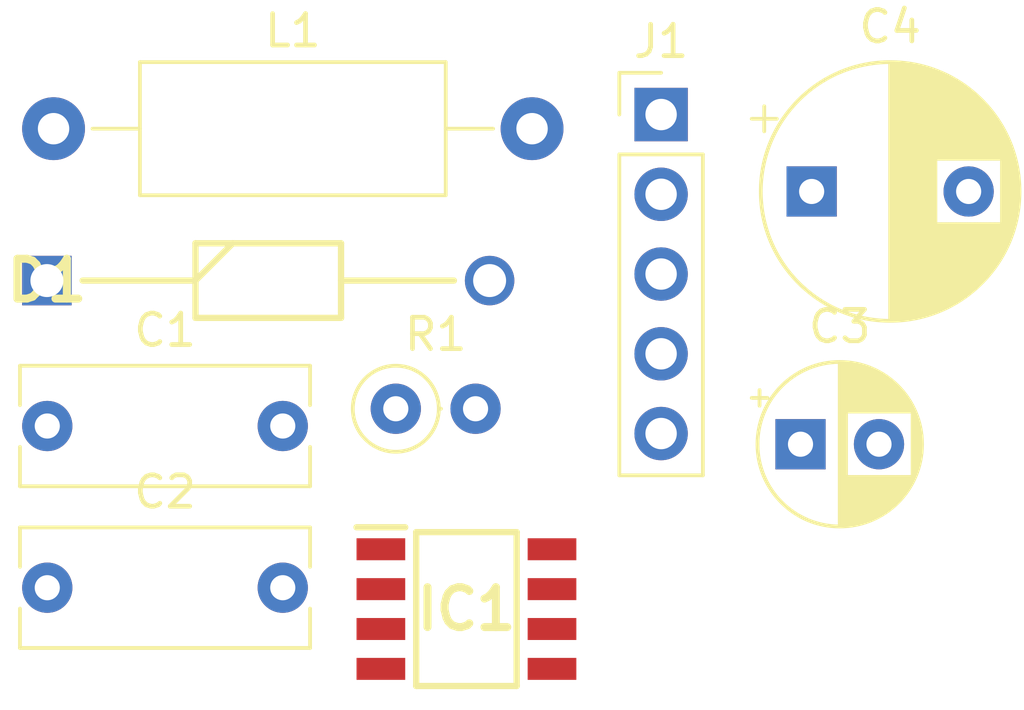
<source format=kicad_pcb>
(kicad_pcb (version 20211014) (generator pcbnew)
  (layers (0 "F.Cu" signal) (31 "B.Cu" signal) (34 "B.Paste" user) (35 "F.Paste" user) (36 "B.SilkS" user "B.Silkscreen") (37 "F.SilkS" user "F.Silkscreen") (38 "B.Mask" user) (39 "F.Mask" user) (44 "Edge.Cuts" user))
  (net 0 "")
  (net 1 "Net-(C1-Pad1)")
  (net 2 "GND")
  (net 3 "Net-(C2-Pad1)")
  (net 4 "+VDC")
  (net 5 "+3.3VP")
  (net 6 "Net-(D1-Pad1)")
  (net 7 "Net-(IC1-Pad1)")
  (net 8 "VBUS")
  (net 9 "+5V")
  (footprint "SamacSys_Parts:SOIC127P600X175-8N" (layer "F.Cu") (at 163.426153 103.483347)
    (fp_text reference "IC1" (at 0 0) (layer "F.SilkS") (effects (font (size 1.27 1.27) (thickness 0.254))))
    (fp_text value "LM2597M-3.3_NOPB" hide)
    (fp_line (start 1.6 2.45) (end -1.6 2.45) (layer "F.SilkS") (width 0.2))
    (fp_line (start 1.6 -2.45) (end 1.6 2.45) (layer "F.SilkS") (width 0.2))
    (fp_line (start -1.6 -2.45) (end 1.6 -2.45) (layer "F.SilkS") (width 0.2))
    (fp_line (start -1.6 2.45) (end -1.6 -2.45) (layer "F.SilkS") (width 0.2))
    (fp_line (start -3.5 -2.605) (end -1.95 -2.605) (layer "F.SilkS") (width 0.2))
    (pad "1" smd rect locked (at -2.725 -1.905 90) (size 0.7 1.55) (layers "F.Cu" "F.Paste" "F.Mask") (net 7 "Net-(IC1-Pad1)"))
    (pad "2" smd rect locked (at -2.725 -0.635 90) (size 0.7 1.55) (layers "F.Cu" "F.Paste" "F.Mask") (net 1 "Net-(C1-Pad1)"))
    (pad "3" smd rect locked (at -2.725 0.635 90) (size 0.7 1.55) (layers "F.Cu" "F.Paste" "F.Mask") (net 5 "+3.3VP"))
    (pad "4" smd rect locked (at -2.725 1.905 90) (size 0.7 1.55) (layers "F.Cu" "F.Paste" "F.Mask") (net 5 "+3.3VP"))
    (pad "5" smd rect locked (at 2.725 1.905 90) (size 0.7 1.55) (layers "F.Cu" "F.Paste" "F.Mask") (net 3 "Net-(C2-Pad1)"))
    (pad "6" smd rect locked (at 2.725 0.635 90) (size 0.7 1.55) (layers "F.Cu" "F.Paste" "F.Mask") (net 2 "GND"))
    (pad "7" smd rect locked (at 2.725 -0.635 90) (size 0.7 1.55) (layers "F.Cu" "F.Paste" "F.Mask") (net 4 "+VDC"))
    (pad "8" smd rect locked (at 2.725 -1.905 90) (size 0.7 1.55) (layers "F.Cu" "F.Paste" "F.Mask") (net 6 "Net-(D1-Pad1)"))
  )
  (footprint "Resistor_THT:R_Axial_DIN0207_L6.3mm_D2.5mm_P2.54mm_Vertical" (layer "F.Cu") (at 161.176153 97.103347)
    (fp_text reference "R1" (at 1.27 -2.37) (layer "F.SilkS"))
    (fp_text value "4.7K")
    (fp_line (start 1.37 0) (end 1.44 0) (layer "F.SilkS") (width 0.12))
    (fp_circle (center 0 0) (end 1.37 0) (layer "F.SilkS") (width 0.12) (fill none))
    (pad "1" thru_hole circle locked (at 0 0) (size 1.6 1.6) (drill 0.8) (layers *.Cu *.Mask) (net 5 "+3.3VP"))
    (pad "2" thru_hole oval locked (at 2.54 0) (size 1.6 1.6) (drill 0.8) (layers *.Cu *.Mask) (net 7 "Net-(IC1-Pad1)"))
  )
  (footprint "Capacitor_THT:CP_Radial_D8.0mm_P5.00mm" (layer "F.Cu") (at 174.420851 90.183347)
    (fp_text reference "C4" (at 2.5 -5.25) (layer "F.SilkS"))
    (fp_text value "120uF")
    (fp_line (start 4.941 1.04) (end 4.941 3.28) (layer "F.SilkS") (width 0.12))
    (fp_line (start 6.421 -1.229) (end 6.421 1.229) (layer "F.SilkS") (width 0.12))
    (fp_line (start 4.581 1.04) (end 4.581 3.517) (layer "F.SilkS") (width 0.12))
    (fp_line (start 2.78 -4.071) (end 2.78 4.071) (layer "F.SilkS") (width 0.12))
    (fp_line (start 3.661 -3.914) (end 3.661 3.914) (layer "F.SilkS") (width 0.12))
    (fp_line (start 4.621 -3.493) (end 4.621 -1.04) (layer "F.SilkS") (width 0.12))
    (fp_line (start 4.701 -3.444) (end 4.701 -1.04) (layer "F.SilkS") (width 0.12))
    (fp_line (start 5.541 -2.741) (end 5.541 -1.04) (layer "F.SilkS") (width 0.12))
    (fp_line (start 4.541 1.04) (end 4.541 3.54) (layer "F.SilkS") (width 0.12))
    (fp_line (start 5.061 -3.189) (end 5.061 -1.04) (layer "F.SilkS") (width 0.12))
    (fp_line (start 3.581 -3.936) (end 3.581 3.936) (layer "F.SilkS") (width 0.12))
    (fp_line (start 4.701 1.04) (end 4.701 3.444) (layer "F.SilkS") (width 0.12))
    (fp_line (start 6.061 -2.034) (end 6.061 2.034) (layer "F.SilkS") (width 0.12))
    (fp_line (start 4.901 1.04) (end 4.901 3.309) (layer "F.SilkS") (width 0.12))
    (fp_line (start 6.541 -0.768) (end 6.541 0.768) (layer "F.SilkS") (width 0.12))
    (fp_line (start 2.66 -4.077) (end 2.66 4.077) (layer "F.SilkS") (width 0.12))
    (fp_line (start 3.901 -3.835) (end 3.901 3.835) (layer "F.SilkS") (width 0.12))
    (fp_line (start 5.621 1.04) (end 5.621 2.651) (layer "F.SilkS") (width 0.12))
    (fp_line (start 6.381 -1.346) (end 6.381 1.346) (layer "F.SilkS") (width 0.12))
    (fp_line (start 4.101 1.04) (end 4.101 3.757) (layer "F.SilkS") (width 0.12))
    (fp_line (start 5.101 1.04) (end 5.101 3.156) (layer "F.SilkS") (width 0.12))
    (fp_line (start 4.381 1.04) (end 4.381 3.627) (layer "F.SilkS") (width 0.12))
    (fp_line (start 4.061 1.04) (end 4.061 3.774) (layer "F.SilkS") (width 0.12))
    (fp_line (start 5.381 1.04) (end 5.381 2.907) (layer "F.SilkS") (width 0.12))
    (fp_line (start 3.941 -3.821) (end 3.941 3.821) (layer "F.SilkS") (width 0.12))
    (fp_line (start 5.821 1.04) (end 5.821 2.4) (layer "F.SilkS") (width 0.12))
    (fp_line (start 4.741 1.04) (end 4.741 3.418) (layer "F.SilkS") (width 0.12))
    (fp_line (start 5.261 1.04) (end 5.261 3.019) (layer "F.SilkS") (width 0.12))
    (fp_line (start 4.261 -3.686) (end 4.261 -1.04) (layer "F.SilkS") (width 0.12))
    (fp_line (start 4.421 -3.606) (end 4.421 -1.04) (layer "F.SilkS") (width 0.12))
    (fp_line (start 5.301 -2.983) (end 5.301 -1.04) (layer "F.SilkS") (width 0.12))
    (fp_line (start 4.821 1.04) (end 4.821 3.365) (layer "F.SilkS") (width 0.12))
    (fp_line (start 3.1 -4.037) (end 3.1 4.037) (layer "F.SilkS") (width 0.12))
    (fp_line (start 4.661 1.04) (end 4.661 3.469) (layer "F.SilkS") (width 0.12))
    (fp_line (start 3.501 -3.957) (end 3.501 3.957) (layer "F.SilkS") (width 0.12))
    (fp_line (start 4.741 -3.418) (end 4.741 -1.04) (layer "F.SilkS") (width 0.12))
    (fp_line (start 5.741 1.04) (end 5.741 2.505) (layer "F.SilkS") (width 0.12))
    (fp_line (start 2.98 -4.052) (end 2.98 4.052) (layer "F.SilkS") (width 0.12))
    (fp_line (start 4.021 -3.79) (end 4.021 -1.04) (layer "F.SilkS") (width 0.12))
    (fp_line (start 4.981 1.04) (end 4.981 3.25) (layer "F.SilkS") (width 0.12))
    (fp_line (start 3.461 -3.967) (end 3.461 3.967) (layer "F.SilkS") (width 0.12))
    (fp_line (start 3.861 -3.85) (end 3.861 3.85) (layer "F.SilkS") (width 0.12))
    (fp_line (start 5.501 -2.784) (end 5.501 -1.04) (layer "F.SilkS") (width 0.12))
    (fp_line (start 4.461 -3.584) (end 4.461 -1.04) (layer "F.SilkS") (width 0.12))
    (fp_line (start 2.86 -4.065) (end 2.86 4.065) (layer "F.SilkS") (width 0.12))
    (fp_line (start 5.541 1.04) (end 5.541 2.741) (layer "F.SilkS") (width 0.12))
    (fp_line (start 5.901 1.04) (end 5.901 2.287) (layer "F.SilkS") (width 0.12))
    (fp_line (start 5.421 1.04) (end 5.421 2.867) (layer "F.SilkS") (width 0.12))
    (fp_line (start 2.74 -4.074) (end 2.74 4.074) (layer "F.SilkS") (width 0.12))
    (fp_line (start 6.301 -1.552) (end 6.301 1.552) (layer "F.SilkS") (width 0.12))
    (fp_line (start 2.62 -4.079) (end 2.62 4.079) (layer "F.SilkS") (width 0.12))
    (fp_line (start 4.181 -3.722) (end 4.181 -1.04) (layer "F.SilkS") (width 0.12))
    (fp_line (start 4.941 -3.28) (end 4.941 -1.04) (layer "F.SilkS") (width 0.12))
    (fp_line (start 6.141 -1.89) (end 6.141 1.89) (layer "F.SilkS") (width 0.12))
    (fp_line (start 3.741 -3.889) (end 3.741 3.889) (layer "F.SilkS") (width 0.12))
    (fp_line (start 3.221 -4.017) (end 3.221 4.017) (layer "F.SilkS") (width 0.12))
    (fp_line (start 5.821 -2.4) (end 5.821 -1.04) (layer "F.SilkS") (width 0.12))
    (fp_line (start 4.501 -3.562) (end 4.501 -1.04) (layer "F.SilkS") (width 0.12))
    (fp_line (start 4.621 1.04) (end 4.621 3.493) (layer "F.SilkS") (width 0.12))
    (fp_line (start 4.301 1.04) (end 4.301 3.666) (layer "F.SilkS") (width 0.12))
    (fp_line (start 6.021 1.04) (end 6.021 2.102) (layer "F.SilkS") (width 0.12))
    (fp_line (start 5.261 -3.019) (end 5.261 -1.04) (layer "F.SilkS") (width 0.12))
    (fp_line (start 3.701 -3.902) (end 3.701 3.902) (layer "F.SilkS") (width 0.12))
    (fp_line (start 3.341 -3.994) (end 3.341 3.994) (layer "F.SilkS") (width 0.12))
    (fp_line (start 2.58 -4.08) (end 2.58 4.08) (layer "F.SilkS") (width 0.12))
    (fp_line (start 2.7 -4.076) (end 2.7 4.076) (layer "F.SilkS") (width 0.12))
    (fp_line (start 4.861 -3.338) (end 4.861 -1.04) (layer "F.SilkS") (width 0.12))
    (fp_line (start 5.061 1.04) (end 5.061 3.189) (layer "F.SilkS") (width 0.12))
    (fp_line (start 5.941 -2.228) (end 5.941 -1.04) (layer "F.SilkS") (width 0.12))
    (fp_line (start 4.181 1.04) (end 4.181 3.722) (layer "F.SilkS") (width 0.12))
    (fp_line (start 3.18 -4.024) (end 3.18 4.024) (layer "F.SilkS") (width 0.12))
    (fp_line (start 4.021 1.04) (end 4.021 3.79) (layer "F.SilkS") (width 0.12))
    (fp_line (start 4.341 1.04) (end 4.341 3.647) (layer "F.SilkS") (width 0.12))
    (fp_line (start 5.421 -2.867) (end 5.421 -1.04) (layer "F.SilkS") (width 0.12))
    (fp_line (start 5.301 1.04) (end 5.301 2.983) (layer "F.SilkS") (width 0.12))
    (fp_line (start 4.381 -3.627) (end 4.381 -1.04) (layer "F.SilkS") (width 0.12))
    (fp_line (start 2.54 -4.08) (end 2.54 4.08) (layer "F.SilkS") (width 0.12))
    (fp_line (start 3.781 -3.877) (end 3.781 3.877) (layer "F.SilkS") (width 0.12))
    (fp_line (start 3.261 -4.01) (end 3.261 4.01) (layer "F.SilkS") (width 0.12))
    (fp_line (start 5.221 -3.055) (end 5.221 -1.04) (layer "F.SilkS") (width 0.12))
    (fp_line (start 5.501 1.04) (end 5.501 2.784) (layer "F.SilkS") (width 0.12))
    (fp_line (start 5.941 1.04) (end 5.941 2.228) (layer "F.SilkS") (width 0.12))
    (fp_line (start 4.141 -3.74) (end 4.141 -1.04) (layer "F.SilkS") (width 0.12))
    (fp_line (start 5.861 -2.345) (end 5.861 -1.04) (layer "F.SilkS") (width 0.12))
    (fp_line (start 2.94 -4.057) (end 2.94 4.057) (layer "F.SilkS") (width 0.12))
    (fp_line (start 4.981 -3.25) (end 4.981 -1.04) (layer "F.SilkS") (width 0.12))
    (fp_line (start 6.261 -1.645) (end 6.261 1.645) (layer "F.SilkS") (width 0.12))
    (fp_line (start 3.421 -3.976) (end 3.421 3.976) (layer "F.SilkS") (width 0.12))
    (fp_line (start 6.581 -0.533) (end 6.581 0.533) (layer "F.SilkS") (width 0.12))
    (fp_line (start 5.661 1.04) (end 5.661 2.604) (layer "F.SilkS") (width 0.12))
    (fp_line (start 4.581 -3.517) (end 4.581 -1.04) (layer "F.SilkS") (width 0.12))
    (fp_line (start 4.221 1.04) (end 4.221 3.704) (layer "F.SilkS") (width 0.12))
    (fp_line (start 6.181 -1.813) (end 6.181 1.813) (layer "F.SilkS") (width 0.12))
    (fp_line (start 5.381 -2.907) (end 5.381 -1.04) (layer "F.SilkS") (width 0.12))
    (fp_line (start 4.341 -3.647) (end 4.341 -1.04) (layer "F.SilkS") (width 0.12))
    (fp_line (start 5.181 1.04) (end 5.181 3.09) (layer "F.SilkS") (width 0.12))
    (fp_line (start 3.981 1.04) (end 3.981 3.805) (layer "F.SilkS") (width 0.12))
    (fp_line (start 5.181 -3.09) (end 5.181 -1.04) (layer "F.SilkS") (width 0.12))
    (fp_line (start 4.821 -3.365) (end 4.821 -1.04) (layer "F.SilkS") (width 0.12))
    (fp_line (start 3.541 -3.947) (end 3.541 3.947) (layer "F.SilkS") (width 0.12))
    (fp_line (start 5.341 1.04) (end 5.341 2.945) (layer "F.SilkS") (width 0.12))
    (fp_line (start 5.621 -2.651) (end 5.621 -1.04) (layer "F.SilkS") (width 0.12))
    (fp_line (start 5.141 1.04) (end 5.141 3.124) (layer "F.SilkS") (width 0.12))
    (fp_line (start 6.021 -2.102) (end 6.021 -1.04) (layer "F.SilkS") (width 0.12))
    (fp_line (start 2.9 -4.061) (end 2.9 4.061) (layer "F.SilkS") (width 0.12))
    (fp_line (start 6.501 -0.948) (end 6.501 0.948) (layer "F.SilkS") (width 0.12))
    (fp_line (start 4.861 1.04) (end 4.861 3.338) (layer "F.SilkS") (width 0.12))
    (fp_line (start 5.701 1.04) (end 5.701 2.556) (layer "F.SilkS") (width 0.12))
    (fp_line (start 6.101 -1.964) (end 6.101 1.964) (layer "F.SilkS") (width 0.12))
    (fp_line (start 2.5 -4.08) (end 2.5 4.08) (layer "F.SilkS") (width 0.12))
    (fp_line (start 3.14 -4.03) (end 3.14 4.03) (layer "F.SilkS") (width 0.12))
    (fp_line (start 5.341 -2.945) (end 5.341 -1.04) (layer "F.SilkS") (width 0.12))
    (fp_line (start 3.06 -4.042) (end 3.06 4.042) (layer "F.SilkS") (width 0.12))
    (fp_line (start 4.061 -3.774) (end 4.061 -1.04) (layer "F.SilkS") (width 0.12))
    (fp_line (start 5.861 1.04) (end 5.861 2.345) (layer "F.SilkS") (width 0.12))
    (fp_line (start 5.661 -2.604) (end 5.661 -1.04) (layer "F.SilkS") (width 0.12))
    (fp_line (start 5.101 -3.156) (end 5.101 -1.04) (layer "F.SilkS") (width 0.12))
    (fp_line (start -1.509698 -2.715) (end -1.509698 -1.915) (layer "F.SilkS") (width 0.12))
    (fp_line (start 4.421 1.04) (end 4.421 3.606) (layer "F.SilkS") (width 0.12))
    (fp_line (start 5.981 -2.166) (end 5.981 -1.04) (layer "F.SilkS") (width 0.12))
    (fp_line (start 3.981 -3.805) (end 3.981 -1.04) (layer "F.SilkS") (width 0.12))
    (fp_line (start 5.461 -2.826) (end 5.461 -1.04) (layer "F.SilkS") (width 0.12))
    (fp_line (start 5.221 1.04) (end 5.221 3.055) (layer "F.SilkS") (width 0.12))
    (fp_line (start 5.901 -2.287) (end 5.901 -1.04) (layer "F.SilkS") (width 0.12))
    (fp_line (start 5.141 -3.124) (end 5.141 -1.04) (layer "F.SilkS") (width 0.12))
    (fp_line (start 5.781 1.04) (end 5.781 2.454) (layer "F.SilkS") (width 0.12))
    (fp_line (start 6.341 -1.453) (end 6.341 1.453) (layer "F.SilkS") (width 0.12))
    (fp_line (start 4.461 1.04) (end 4.461 3.584) (layer "F.SilkS") (width 0.12))
    (fp_line (start 6.221 -1.731) (end 6.221 1.731) (layer "F.SilkS") (width 0.12))
    (fp_line (start 4.781 -3.392) (end 4.781 -1.04) (layer "F.SilkS") (width 0.12))
    (fp_line (start 5.741 -2.505) (end 5.741 -1.04) (layer "F.SilkS") (width 0.12))
    (fp_line (start 2.82 -4.068) (end 2.82 4.068) (layer "F.SilkS") (width 0.12))
    (fp_line (start 4.141 1.04) (end 4.141 3.74) (layer "F.SilkS") (width 0.12))
    (fp_line (start 5.461 1.04) (end 5.461 2.826) (layer "F.SilkS") (width 0.12))
    (fp_line (start 3.02 -4.048) (end 3.02 4.048) (layer "F.SilkS") (width 0.12))
    (fp_line (start 4.101 -3.757) (end 4.101 -1.04) (layer "F.SilkS") (width 0.12))
    (fp_line (start 3.621 -3.925) (end 3.621 3.925) (layer "F.SilkS") (width 0.12))
    (fp_line (start 5.981 1.04) (end 5.981 2.166) (layer "F.SilkS") (width 0.12))
    (fp_line (start 3.301 -4.002) (end 3.301 4.002) (layer "F.SilkS") (width 0.12))
    (fp_line (start 4.661 -3.469) (end 4.661 -1.04) (layer "F.SilkS") (width 0.12))
    (fp_line (start 5.581 -2.697) (end 5.581 -1.04) (layer "F.SilkS") (width 0.12))
    (fp_line (start 4.501 1.04) (end 4.501 3.562) (layer "F.SilkS") (width 0.12))
    (fp_line (start 5.021 -3.22) (end 5.021 -1.04) (layer "F.SilkS") (width 0.12))
    (fp_line (start -1.909698 -2.315) (end -1.109698 -2.315) (layer "F.SilkS") (width 0.12))
    (fp_line (start 5.021 1.04) (end 5.021 3.22) (layer "F.SilkS") (width 0.12))
    (fp_line (start 4.901 -3.309) (end 4.901 -1.04) (layer "F.SilkS") (width 0.12))
    (fp_line (start 4.261 1.04) (end 4.261 3.686) (layer "F.SilkS") (width 0.12))
    (fp_line (start 5.581 1.04) (end 5.581 2.697) (layer "F.SilkS") (width 0.12))
    (fp_line (start 4.301 -3.666) (end 4.301 -1.04) (layer "F.SilkS") (width 0.12))
    (fp_line (start 3.821 -3.863) (end 3.821 3.863) (layer "F.SilkS") (width 0.12))
    (fp_line (start 4.781 1.04) (end 4.781 3.392) (layer "F.SilkS") (width 0.12))
    (fp_line (start 6.461 -1.098) (end 6.461 1.098) (layer "F.SilkS") (width 0.12))
    (fp_line (start 5.781 -2.454) (end 5.781 -1.04) (layer "F.SilkS") (width 0.12))
    (fp_line (start 4.541 -3.54) (end 4.541 -1.04) (layer "F.SilkS") (width 0.12))
    (fp_line (start 3.381 -3.985) (end 3.381 3.985) (layer "F.SilkS") (width 0.12))
    (fp_line (start 4.221 -3.704) (end 4.221 -1.04) (layer "F.SilkS") (width 0.12))
    (fp_line (start 5.701 -2.556) (end 5.701 -1.04) (layer "F.SilkS") (width 0.12))
    (fp_circle (center 2.5 0) (end 6.62 0) (layer "F.SilkS") (width 0.12) (fill none))
    (pad "1" thru_hole rect locked (at 0 0) (size 1.6 1.6) (drill 0.8) (layers *.Cu *.Mask) (net 5 "+3.3VP"))
    (pad "2" thru_hole circle locked (at 5 0) (size 1.6 1.6) (drill 0.8) (layers *.Cu *.Mask) (net 2 "GND"))
  )
  (footprint "Capacitor_THT:CP_Radial_D5.0mm_P2.50mm" (layer "F.Cu") (at 174.065928 98.233347)
    (fp_text reference "C3" (at 1.25 -3.75) (layer "F.SilkS"))
    (fp_text value "68uF")
    (fp_line (start 2.611 -2.2) (end 2.611 -1.04) (layer "F.SilkS") (width 0.12))
    (fp_line (start 3.251 1.04) (end 3.251 1.653) (layer "F.SilkS") (width 0.12))
    (fp_line (start 3.011 1.04) (end 3.011 1.901) (layer "F.SilkS") (width 0.12))
    (fp_line (start 2.371 1.04) (end 2.371 2.329) (layer "F.SilkS") (width 0.12))
    (fp_line (start 2.291 -2.365) (end 2.291 -1.04) (layer "F.SilkS") (width 0.12))
    (fp_line (start 2.491 -2.268) (end 2.491 -1.04) (layer "F.SilkS") (width 0.12))
    (fp_line (start 1.73 1.04) (end 1.73 2.536) (layer "F.SilkS") (width 0.12))
    (fp_line (start 1.93 1.04) (end 1.93 2.491) (layer "F.SilkS") (width 0.12))
    (fp_line (start 3.851 -0.284) (end 3.851 0.284) (layer "F.SilkS") (width 0.12))
    (fp_line (start 2.571 1.04) (end 2.571 2.224) (layer "F.SilkS") (width 0.12))
    (fp_line (start 2.811 -2.065) (end 2.811 -1.04) (layer "F.SilkS") (width 0.12))
    (fp_line (start 2.691 -2.149) (end 2.691 -1.04) (layer "F.SilkS") (width 0.12))
    (fp_line (start 3.211 1.04) (end 3.211 1.699) (layer "F.SilkS") (width 0.12))
    (fp_line (start 3.691 -0.915) (end 3.691 0.915) (layer "F.SilkS") (width 0.12))
    (fp_line (start 2.891 -2.004) (end 2.891 -1.04) (layer "F.SilkS") (width 0.12))
    (fp_line (start 3.531 -1.251) (end 3.531 -1.04) (layer "F.SilkS") (width 0.12))
    (fp_line (start 3.091 1.04) (end 3.091 1.826) (layer "F.SilkS") (width 0.12))
    (fp_line (start 1.29 -2.58) (end 1.29 2.58) (layer "F.SilkS") (width 0.12))
    (fp_line (start 3.531 1.04) (end 3.531 1.251) (layer "F.SilkS") (width 0.12))
    (fp_line (start 3.571 -1.178) (end 3.571 1.178) (layer "F.SilkS") (width 0.12))
    (fp_line (start 2.891 1.04) (end 2.891 2.004) (layer "F.SilkS") (width 0.12))
    (fp_line (start 3.171 1.04) (end 3.171 1.743) (layer "F.SilkS") (width 0.12))
    (fp_line (start 2.171 -2.414) (end 2.171 -1.04) (layer "F.SilkS") (width 0.12))
    (fp_line (start 2.451 1.04) (end 2.451 2.29) (layer "F.SilkS") (width 0.12))
    (fp_line (start 3.451 1.04) (end 3.451 1.383) (layer "F.SilkS") (width 0.12))
    (fp_line (start 1.45 -2.573) (end 1.45 2.573) (layer "F.SilkS") (width 0.12))
    (fp_line (start 2.091 -2.442) (end 2.091 -1.04) (layer "F.SilkS") (width 0.12))
    (fp_line (start 2.091 1.04) (end 2.091 2.442) (layer "F.SilkS") (width 0.12))
    (fp_line (start 2.251 -2.382) (end 2.251 -1.04) (layer "F.SilkS") (width 0.12))
    (fp_line (start 1.77 1.04) (end 1.77 2.528) (layer "F.SilkS") (width 0.12))
    (fp_line (start 2.651 -2.175) (end 2.651 -1.04) (layer "F.SilkS") (width 0.12))
    (fp_line (start 1.65 1.04) (end 1.65 2.55) (layer "F.SilkS") (width 0.12))
    (fp_line (start 2.771 1.04) (end 2.771 2.095) (layer "F.SilkS") (width 0.12))
    (fp_line (start 3.611 -1.098) (end 3.611 1.098) (layer "F.SilkS") (width 0.12))
    (fp_line (start 3.811 -0.518) (end 3.811 0.518) (layer "F.SilkS") (width 0.12))
    (fp_line (start 2.211 -2.398) (end 2.211 -1.04) (layer "F.SilkS") (width 0.12))
    (fp_line (start -1.304775 -1.725) (end -1.304775 -1.225) (layer "F.SilkS") (width 0.12))
    (fp_line (start 1.89 1.04) (end 1.89 2.501) (layer "F.SilkS") (width 0.12))
    (fp_line (start 2.771 -2.095) (end 2.771 -1.04) (layer "F.SilkS") (width 0.12))
    (fp_line (start 2.851 -2.035) (end 2.851 -1.04) (layer "F.SilkS") (width 0.12))
    (fp_line (start 2.931 1.04) (end 2.931 1.971) (layer "F.SilkS") (width 0.12))
    (fp_line (start 3.731 -0.805) (end 3.731 0.805) (layer "F.SilkS") (width 0.12))
    (fp_line (start 1.65 -2.55) (end 1.65 -1.04) (layer "F.SilkS") (width 0.12))
    (fp_line (start 2.211 1.04) (end 2.211 2.398) (layer "F.SilkS") (width 0.12))
    (fp_line (start 3.491 1.04) (end 3.491 1.319) (layer "F.SilkS") (width 0.12))
    (fp_line (start 2.331 -2.348) (end 2.331 -1.04) (layer "F.SilkS") (width 0.12))
    (fp_line (start 2.691 1.04) (end 2.691 2.149) (layer "F.SilkS") (width 0.12))
    (fp_line (start 2.331 1.04) (end 2.331 2.348) (layer "F.SilkS") (width 0.12))
    (fp_line (start 2.491 1.04) (end 2.491 2.268) (layer "F.SilkS") (width 0.12))
    (fp_line (start 2.611 1.04) (end 2.611 2.2) (layer "F.SilkS") (width 0.12))
    (fp_line (start 3.251 -1.653) (end 3.251 -1.04) (layer "F.SilkS") (width 0.12))
    (fp_line (start 3.371 -1.5) (end 3.371 -1.04) (layer "F.SilkS") (width 0.12))
    (fp_line (start 2.051 1.04) (end 2.051 2.455) (layer "F.SilkS") (width 0.12))
    (fp_line (start 2.851 1.04) (end 2.851 2.035) (layer "F.SilkS") (width 0.12))
    (fp_line (start 3.331 1.04) (end 3.331 1.554) (layer "F.SilkS") (width 0.12))
    (fp_line (start 2.251 1.04) (end 2.251 2.382) (layer "F.SilkS") (width 0.12))
    (fp_line (start 3.291 1.04) (end 3.291 1.605) (layer "F.SilkS") (width 0.12))
    (fp_line (start 1.85 -2.511) (end 1.85 -1.04) (layer "F.SilkS") (width 0.12))
    (fp_line (start 3.451 -1.383) (end 3.451 -1.04) (layer "F.SilkS") (width 0.12))
    (fp_line (start 3.371 1.04) (end 3.371 1.5) (layer "F.SilkS") (width 0.12))
    (fp_line (start 2.011 1.04) (end 2.011 2.468) (layer "F.SilkS") (width 0.12))
    (fp_line (start 2.571 -2.224) (end 2.571 -1.04) (layer "F.SilkS") (width 0.12))
    (fp_line (start 3.131 -1.785) (end 3.131 -1.04) (layer "F.SilkS") (width 0.12))
    (fp_line (start 3.011 -1.901) (end 3.011 -1.04) (layer "F.SilkS") (width 0.12))
    (fp_line (start 2.531 1.04) (end 2.531 2.247) (layer "F.SilkS") (width 0.12))
    (fp_line (start 3.491 -1.319) (end 3.491 -1.04) (layer "F.SilkS") (width 0.12))
    (fp_line (start 1.53 1.04) (end 1.53 2.565) (layer "F.SilkS") (width 0.12))
    (fp_line (start 1.93 -2.491) (end 1.93 -1.04) (layer "F.SilkS") (width 0.12))
    (fp_line (start 2.171 1.04) (end 2.171 2.414) (layer "F.SilkS") (width 0.12))
    (fp_line (start 2.131 1.04) (end 2.131 2.428) (layer "F.SilkS") (width 0.12))
    (fp_line (start 3.331 -1.554) (end 3.331 -1.04) (layer "F.SilkS") (width 0.12))
    (fp_line (start 1.61 1.04) (end 1.61 2.556) (layer "F.SilkS") (width 0.12))
    (fp_line (start 3.171 -1.743) (end 3.171 -1.04) (layer "F.SilkS") (width 0.12))
    (fp_line (start 1.89 -2.501) (end 1.89 -1.04) (layer "F.SilkS") (width 0.12))
    (fp_line (start 1.971 -2.48) (end 1.971 -1.04) (layer "F.SilkS") (width 0.12))
    (fp_line (start 3.411 1.04) (end 3.411 1.443) (layer "F.SilkS") (width 0.12))
    (fp_line (start 2.411 1.04) (end 2.411 2.31) (layer "F.SilkS") (width 0.12))
    (fp_line (start 2.531 -2.247) (end 2.531 -1.04) (layer "F.SilkS") (width 0.12))
    (fp_line (start 2.731 -2.122) (end 2.731 -1.04) (layer "F.SilkS") (width 0.12))
    (fp_line (start 1.49 -2.569) (end 1.49 -1.04) (layer "F.SilkS") (width 0.12))
    (fp_line (start 3.051 1.04) (end 3.051 1.864) (layer "F.SilkS") (width 0.12))
    (fp_line (start 3.411 -1.443) (end 3.411 -1.04) (layer "F.SilkS") (width 0.12))
    (fp_line (start 1.971 1.04) (end 1.971 2.48) (layer "F.SilkS") (width 0.12))
    (fp_line (start 3.051 -1.864) (end 3.051 -1.04) (layer "F.SilkS") (width 0.12))
    (fp_line (start 2.011 -2.468) (end 2.011 -1.04) (layer "F.SilkS") (width 0.12))
    (fp_line (start 1.81 -2.52) (end 1.81 -1.04) (layer "F.SilkS") (width 0.12))
    (fp_line (start 1.53 -2.565) (end 1.53 -1.04) (layer "F.SilkS") (width 0.12))
    (fp_line (start 1.57 1.04) (end 1.57 2.561) (layer "F.SilkS") (width 0.12))
    (fp_line (start 2.371 -2.329) (end 2.371 -1.04) (layer "F.SilkS") (width 0.12))
    (fp_line (start 2.451 -2.29) (end 2.451 -1.04) (layer "F.SilkS") (width 0.12))
    (fp_line (start 1.81 1.04) (end 1.81 2.52) (layer "F.SilkS") (width 0.12))
    (fp_line (start 3.211 -1.699) (end 3.211 -1.04) (layer "F.SilkS") (width 0.12))
    (fp_line (start 2.971 1.04) (end 2.971 1.937) (layer "F.SilkS") (width 0.12))
    (fp_line (start 2.051 -2.455) (end 2.051 -1.04) (layer "F.SilkS") (width 0.12))
    (fp_line (start 3.771 -0.677) (end 3.771 0.677) (layer "F.SilkS") (width 0.12))
    (fp_line (start 2.651 1.04) (end 2.651 2.175) (layer "F.SilkS") (width 0.12))
    (fp_line (start 1.41 -2.576) (end 1.41 2.576) (layer "F.SilkS") (width 0.12))
    (fp_line (start 3.291 -1.605) (end 3.291 -1.04) (layer "F.SilkS") (width 0.12))
    (fp_line (start 2.811 1.04) (end 2.811 2.065) (layer "F.SilkS") (width 0.12))
    (fp_line (start 2.131 -2.428) (end 2.131 -1.04) (layer "F.SilkS") (width 0.12))
    (fp_line (start 2.411 -2.31) (end 2.411 -1.04) (layer "F.SilkS") (width 0.12))
    (fp_line (start 1.69 -2.543) (end 1.69 -1.04) (layer "F.SilkS") (width 0.12))
    (fp_line (start 2.971 -1.937) (end 2.971 -1.04) (layer "F.SilkS") (width 0.12))
    (fp_line (start 1.69 1.04) (end 1.69 2.543) (layer "F.SilkS") (width 0.12))
    (fp_line (start 1.37 -2.578) (end 1.37 2.578) (layer "F.SilkS") (width 0.12))
    (fp_line (start 3.091 -1.826) (end 3.091 -1.04) (layer "F.SilkS") (width 0.12))
    (fp_line (start 1.85 1.04) (end 1.85 2.511) (layer "F.SilkS") (width 0.12))
    (fp_line (start 1.73 -2.536) (end 1.73 -1.04) (layer "F.SilkS") (width 0.12))
    (fp_line (start 1.49 1.04) (end 1.49 2.569) (layer "F.SilkS") (width 0.12))
    (fp_line (start 2.291 1.04) (end 2.291 2.365) (layer "F.SilkS") (width 0.12))
    (fp_line (start 1.57 -2.561) (end 1.57 -1.04) (layer "F.SilkS") (width 0.12))
    (fp_line (start 3.131 1.04) (end 3.131 1.785) (layer "F.SilkS") (width 0.12))
    (fp_line (start 1.61 -2.556) (end 1.61 -1.04) (layer "F.SilkS") (width 0.12))
    (fp_line (start 2.931 -1.971) (end 2.931 -1.04) (layer "F.SilkS") (width 0.12))
    (fp_line (start 2.731 1.04) (end 2.731 2.122) (layer "F.SilkS") (width 0.12))
    (fp_line (start 1.33 -2.579) (end 1.33 2.579) (layer "F.SilkS") (width 0.12))
    (fp_line (start 1.77 -2.528) (end 1.77 -1.04) (layer "F.SilkS") (width 0.12))
    (fp_line (start 3.651 -1.011) (end 3.651 1.011) (layer "F.SilkS") (width 0.12))
    (fp_line (start 1.25 -2.58) (end 1.25 2.58) (layer "F.SilkS") (width 0.12))
    (fp_line (start -1.554775 -1.475) (end -1.054775 -1.475) (layer "F.SilkS") (width 0.12))
    (fp_circle (center 1.25 0) (end 3.87 0) (layer "F.SilkS") (width 0.12) (fill none))
    (pad "1" thru_hole rect locked (at 0 0) (size 1.6 1.6) (drill 0.8) (layers *.Cu *.Mask) (net 4 "+VDC"))
    (pad "2" thru_hole circle locked (at 2.5 0) (size 1.6 1.6) (drill 0.8) (layers *.Cu *.Mask) (net 2 "GND"))
  )
  (footprint "Connector_PinHeader_2.54mm:PinHeader_1x05_P2.54mm_Vertical" (layer "F.Cu") (at 169.626153 87.733347)
    (fp_text reference "J1" (at 0 -2.33) (layer "F.SilkS"))
    (fp_text value "Conn_01x05")
    (fp_line (start -1.33 11.49) (end 1.33 11.49) (layer "F.SilkS") (width 0.12))
    (fp_line (start -1.33 -1.33) (end 0 -1.33) (layer "F.SilkS") (width 0.12))
    (fp_line (start -1.33 1.27) (end -1.33 11.49) (layer "F.SilkS") (width 0.12))
    (fp_line (start -1.33 1.27) (end 1.33 1.27) (layer "F.SilkS") (width 0.12))
    (fp_line (start -1.33 0) (end -1.33 -1.33) (layer "F.SilkS") (width 0.12))
    (fp_line (start 1.33 1.27) (end 1.33 11.49) (layer "F.SilkS") (width 0.12))
    (pad "1" thru_hole rect locked (at 0 0) (size 1.7 1.7) (drill 1) (layers *.Cu *.Mask) (net 4 "+VDC"))
    (pad "2" thru_hole oval locked (at 0 2.54) (size 1.7 1.7) (drill 1) (layers *.Cu *.Mask) (net 8 "VBUS"))
    (pad "3" thru_hole oval locked (at 0 5.08) (size 1.7 1.7) (drill 1) (layers *.Cu *.Mask) (net 9 "+5V"))
    (pad "4" thru_hole oval locked (at 0 7.62) (size 1.7 1.7) (drill 1) (layers *.Cu *.Mask) (net 5 "+3.3VP"))
    (pad "5" thru_hole oval locked (at 0 10.16) (size 1.7 1.7) (drill 1) (layers *.Cu *.Mask) (net 2 "GND"))
  )
  (footprint "Capacitor_THT:C_Rect_L9.0mm_W3.6mm_P7.50mm_MKT" (layer "F.Cu") (at 150.076153 97.653347)
    (fp_text reference "C1" (at 3.75 -3.05) (layer "F.SilkS"))
    (fp_text value "0.1uF")
    (fp_line (start -0.87 1.92) (end 8.37 1.92) (layer "F.SilkS") (width 0.12))
    (fp_line (start 8.37 0.665) (end 8.37 1.92) (layer "F.SilkS") (width 0.12))
    (fp_line (start -0.87 -1.92) (end 8.37 -1.92) (layer "F.SilkS") (width 0.12))
    (fp_line (start -0.87 0.665) (end -0.87 1.92) (layer "F.SilkS") (width 0.12))
    (fp_line (start -0.87 -1.92) (end -0.87 -0.665) (layer "F.SilkS") (width 0.12))
    (fp_line (start 8.37 -1.92) (end 8.37 -0.665) (layer "F.SilkS") (width 0.12))
    (pad "1" thru_hole circle locked (at 0 0) (size 1.6 1.6) (drill 0.8) (layers *.Cu *.Mask) (net 1 "Net-(C1-Pad1)"))
    (pad "2" thru_hole circle locked (at 7.5 0) (size 1.6 1.6) (drill 0.8) (layers *.Cu *.Mask) (net 2 "GND"))
  )
  (footprint "SamacSys_Parts:DIOAD1414W86L464D238" (layer "F.Cu") (at 150.064153 93.021347)
    (fp_text reference "D1" (at 0 0) (layer "F.SilkS") (effects (font (size 1.27 1.27) (thickness 0.254))))
    (fp_text value "1N5817" hide)
    (fp_line (start 1.138 0) (end 4.732 0) (layer "F.SilkS") (width 0.2))
    (fp_line (start 9.368 0) (end 12.962 0) (layer "F.SilkS") (width 0.2))
    (fp_line (start 4.732 1.188) (end 4.732 -1.188) (layer "F.SilkS") (width 0.2))
    (fp_line (start 4.732 -1.188) (end 9.368 -1.188) (layer "F.SilkS") (width 0.2))
    (fp_line (start 9.368 -1.188) (end 9.368 1.188) (layer "F.SilkS") (width 0.2))
    (fp_line (start 4.732 0) (end 5.92 -1.188) (layer "F.SilkS") (width 0.2))
    (fp_line (start 9.368 1.188) (end 4.732 1.188) (layer "F.SilkS") (width 0.2))
    (pad "1" thru_hole rect locked (at 0 0) (size 1.575 1.575) (drill 1.05) (layers *.Cu *.Mask) (net 6 "Net-(D1-Pad1)"))
    (pad "2" thru_hole circle locked (at 14.1 0) (size 1.575 1.575) (drill 1.05) (layers *.Cu *.Mask) (net 2 "GND"))
  )
  (footprint "Capacitor_THT:C_Rect_L9.0mm_W3.6mm_P7.50mm_MKT" (layer "F.Cu") (at 150.076153 102.803347)
    (fp_text reference "C2" (at 3.75 -3.05) (layer "F.SilkS"))
    (fp_text value "0.1uF")
    (fp_line (start -0.87 -1.92) (end 8.37 -1.92) (layer "F.SilkS") (width 0.12))
    (fp_line (start 8.37 0.665) (end 8.37 1.92) (layer "F.SilkS") (width 0.12))
    (fp_line (start -0.87 0.665) (end -0.87 1.92) (layer "F.SilkS") (width 0.12))
    (fp_line (start -0.87 1.92) (end 8.37 1.92) (layer "F.SilkS") (width 0.12))
    (fp_line (start -0.87 -1.92) (end -0.87 -0.665) (layer "F.SilkS") (width 0.12))
    (fp_line (start 8.37 -1.92) (end 8.37 -0.665) (layer "F.SilkS") (width 0.12))
    (pad "1" thru_hole circle locked (at 0 0) (size 1.6 1.6) (drill 0.8) (layers *.Cu *.Mask) (net 3 "Net-(C2-Pad1)"))
    (pad "2" thru_hole circle locked (at 7.5 0) (size 1.6 1.6) (drill 0.8) (layers *.Cu *.Mask) (net 2 "GND"))
  )
  (footprint "Inductor_THT:L_Axial_L9.5mm_D4.0mm_P15.24mm_Horizontal_Fastron_SMCC" (layer "F.Cu") (at 150.276153 88.183347)
    (fp_text reference "L1" (at 7.62 -3.12) (layer "F.SilkS"))
    (fp_text value "100mH")
    (fp_line (start 14 0) (end 12.49 0) (layer "F.SilkS") (width 0.12))
    (fp_line (start 1.24 0) (end 2.75 0) (layer "F.SilkS") (width 0.12))
    (fp_line (start 12.49 2.12) (end 12.49 -2.12) (layer "F.SilkS") (width 0.12))
    (fp_line (start 2.75 2.12) (end 12.49 2.12) (layer "F.SilkS") (width 0.12))
    (fp_line (start 2.75 -2.12) (end 2.75 2.12) (layer "F.SilkS") (width 0.12))
    (fp_line (start 12.49 -2.12) (end 2.75 -2.12) (layer "F.SilkS") (width 0.12))
    (pad "1" thru_hole circle locked (at 0 0) (size 2 2) (drill 1) (layers *.Cu *.Mask) (net 6 "Net-(D1-Pad1)"))
    (pad "2" thru_hole oval locked (at 15.24 0) (size 2 2) (drill 1) (layers *.Cu *.Mask) (net 5 "+3.3VP"))
  )
)
</source>
